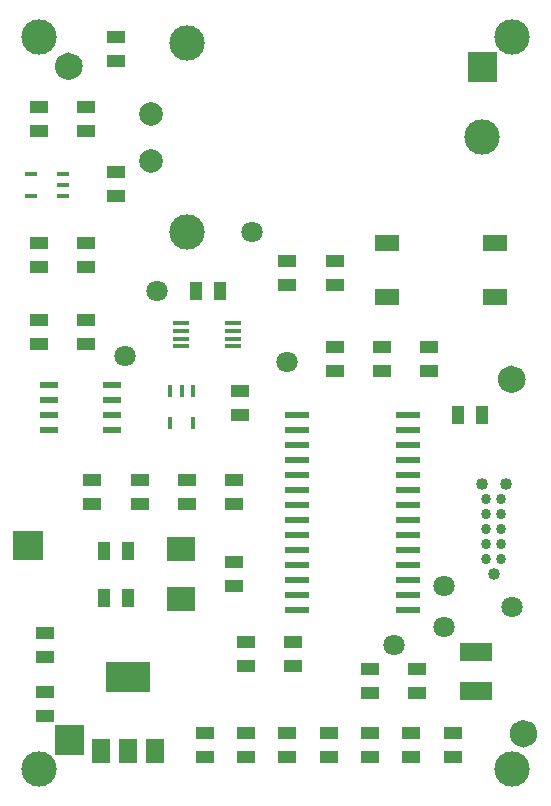
<source format=gbr>
%TF.GenerationSoftware,KiCad,Pcbnew,(5.1.9)-1*%
%TF.CreationDate,2021-03-12T11:46:57-05:00*%
%TF.ProjectId,SensorDemo,53656e73-6f72-4446-956d-6f2e6b696361,rev?*%
%TF.SameCoordinates,PX700e860PY7735940*%
%TF.FileFunction,Soldermask,Top*%
%TF.FilePolarity,Negative*%
%FSLAX46Y46*%
G04 Gerber Fmt 4.6, Leading zero omitted, Abs format (unit mm)*
G04 Created by KiCad (PCBNEW (5.1.9)-1) date 2021-03-12 11:46:57*
%MOMM*%
%LPD*%
G01*
G04 APERTURE LIST*
%ADD10C,0.025400*%
%ADD11C,0.800000*%
%ADD12R,1.000000X1.000000*%
%ADD13C,1.000000*%
%ADD14C,3.000000*%
%ADD15R,0.450000X1.100000*%
%ADD16R,1.100000X0.450000*%
%ADD17R,1.450000X0.300000*%
%ADD18C,1.800000*%
%ADD19C,0.863000*%
%ADD20C,1.016000*%
%ADD21R,1.016000X1.524000*%
%ADD22R,2.400000X2.000000*%
%ADD23R,1.524000X1.016000*%
%ADD24R,2.794000X1.524000*%
%ADD25R,2.000000X0.600000*%
%ADD26C,2.000000*%
%ADD27R,1.500000X2.000000*%
%ADD28R,3.800000X2.500000*%
%ADD29R,1.550000X0.600000*%
%ADD30R,2.100000X1.400000*%
G04 APERTURE END LIST*
D10*
%TO.C,FD*%
G36*
X3200000Y20800000D02*
G01*
X800000Y20800000D01*
X800000Y23200000D01*
X3200000Y23200000D01*
X3200000Y20800000D01*
G37*
X3200000Y20800000D02*
X800000Y20800000D01*
X800000Y23200000D01*
X3200000Y23200000D01*
X3200000Y20800000D01*
D11*
X43800000Y36000000D02*
G75*
G03*
X43800000Y36000000I-800000J0D01*
G01*
X44800000Y6000000D02*
G75*
G03*
X44800000Y6000000I-800000J0D01*
G01*
D10*
G36*
X41700000Y61300000D02*
G01*
X39300000Y61300000D01*
X39300000Y63700000D01*
X41700000Y63700000D01*
X41700000Y61300000D01*
G37*
X41700000Y61300000D02*
X39300000Y61300000D01*
X39300000Y63700000D01*
X41700000Y63700000D01*
X41700000Y61300000D01*
G36*
X6700000Y4300000D02*
G01*
X4300000Y4300000D01*
X4300000Y6700000D01*
X6700000Y6700000D01*
X6700000Y4300000D01*
G37*
X6700000Y4300000D02*
X4300000Y4300000D01*
X4300000Y6700000D01*
X6700000Y6700000D01*
X6700000Y4300000D01*
D11*
X6300000Y62500000D02*
G75*
G03*
X6300000Y62500000I-800000J0D01*
G01*
%TD*%
D12*
%TO.C,FD*%
X2000000Y22000000D03*
%TD*%
D13*
%TO.C,FD*%
X43000000Y36000000D03*
%TD*%
D14*
%TO.C,MH4*%
X15500000Y64500000D03*
%TD*%
%TO.C,MH2*%
X15500000Y48500000D03*
%TD*%
%TO.C,MH1*%
X3000000Y3000000D03*
%TD*%
%TO.C,MH3*%
X43000000Y3000000D03*
%TD*%
%TO.C,MH5*%
X3000000Y65000000D03*
%TD*%
%TO.C,MH6*%
X40500000Y56500000D03*
%TD*%
%TO.C,MH7*%
X43000000Y65000000D03*
%TD*%
D13*
%TO.C,FD*%
X44000000Y6000000D03*
%TD*%
D12*
%TO.C,FD*%
X40500000Y62500000D03*
%TD*%
%TO.C,FD*%
X5500000Y5500000D03*
%TD*%
D13*
%TO.C,FD*%
X5500000Y62500000D03*
%TD*%
D15*
%TO.C,U5*%
X16000000Y32300000D03*
X14100000Y32300000D03*
X14100000Y35000000D03*
X15050000Y35000000D03*
X16000000Y35000000D03*
%TD*%
D16*
%TO.C,U6*%
X2300000Y51500000D03*
X2300000Y53400000D03*
X5000000Y53400000D03*
X5000000Y52450000D03*
X5000000Y51500000D03*
%TD*%
D17*
%TO.C,U4*%
X19400000Y40750000D03*
X19400000Y40100000D03*
X19400000Y39450000D03*
X19400000Y38800000D03*
X15000000Y38800000D03*
X15000000Y39450000D03*
X15000000Y40100000D03*
X15000000Y40750000D03*
%TD*%
D18*
%TO.C,Vsen*%
X13000000Y43500000D03*
%TD*%
%TO.C,Vdac*%
X10250000Y38000000D03*
%TD*%
%TO.C,sensVal*%
X24000000Y37500000D03*
%TD*%
%TO.C,5V*%
X43000000Y16750000D03*
%TD*%
%TO.C,3V3*%
X21000000Y48500000D03*
%TD*%
%TO.C,~CS*%
X33000000Y13500000D03*
%TD*%
%TO.C,DIN*%
X37250000Y15000000D03*
%TD*%
%TO.C,SCK*%
X37250000Y18500000D03*
%TD*%
D19*
%TO.C,P1*%
X40865000Y25900000D03*
X42135000Y25850000D03*
X40865000Y24580000D03*
X42135000Y24580000D03*
D20*
X42516000Y27120000D03*
X40484000Y27120000D03*
X41500000Y19500000D03*
D19*
X42135000Y23310000D03*
X42135000Y22040000D03*
X42135000Y20770000D03*
X40865000Y23310000D03*
X40865000Y22040000D03*
X40865000Y20770000D03*
%TD*%
D21*
%TO.C,C8*%
X40516000Y33000000D03*
X38484000Y33000000D03*
%TD*%
D22*
%TO.C,X1*%
X15000000Y17400000D03*
X15000000Y21600000D03*
%TD*%
D23*
%TO.C,R6*%
X9500000Y51484000D03*
X9500000Y53516000D03*
%TD*%
D21*
%TO.C,R4*%
X16234000Y43500000D03*
X18266000Y43500000D03*
%TD*%
D23*
%TO.C,C19*%
X20000000Y32984000D03*
X20000000Y35016000D03*
%TD*%
D24*
%TO.C,TC1*%
X40000000Y9599000D03*
X40000000Y12901000D03*
%TD*%
D23*
%TO.C,C24*%
X20500000Y13766000D03*
X20500000Y11734000D03*
%TD*%
%TO.C,C25*%
X24500000Y11734000D03*
X24500000Y13766000D03*
%TD*%
D25*
%TO.C,U2*%
X24800000Y33000000D03*
X24800000Y31730000D03*
X24800000Y30460000D03*
X24800000Y29190000D03*
X24800000Y27920000D03*
X24800000Y26650000D03*
X24800000Y25380000D03*
X24800000Y24110000D03*
X24800000Y22840000D03*
X24800000Y21570000D03*
X24800000Y20300000D03*
X24800000Y19030000D03*
X24800000Y17760000D03*
X24800000Y16490000D03*
X34200000Y16490000D03*
X34200000Y17760000D03*
X34200000Y19030000D03*
X34200000Y20300000D03*
X34200000Y21570000D03*
X34200000Y22840000D03*
X34200000Y24110000D03*
X34200000Y25380000D03*
X34200000Y26650000D03*
X34200000Y27920000D03*
X34200000Y29190000D03*
X34200000Y30460000D03*
X34200000Y31730000D03*
X34200000Y33000000D03*
%TD*%
D23*
%TO.C,D1*%
X31000000Y11516000D03*
X31000000Y9484000D03*
%TD*%
%TO.C,FB2*%
X36000000Y36734000D03*
X36000000Y38766000D03*
%TD*%
%TO.C,C16*%
X3500000Y14516000D03*
X3500000Y12484000D03*
%TD*%
%TO.C,R9*%
X9500000Y65016000D03*
X9500000Y62984000D03*
%TD*%
D26*
%TO.C,TP1*%
X12500000Y58500000D03*
%TD*%
%TO.C,TP2*%
X12500000Y54500000D03*
%TD*%
D23*
%TO.C,R1*%
X35000000Y9484000D03*
X35000000Y11516000D03*
%TD*%
D27*
%TO.C,U1*%
X8200000Y4500000D03*
X10500000Y4500000D03*
X12800000Y4500000D03*
D28*
X10500000Y10800000D03*
%TD*%
D21*
%TO.C,C1*%
X8484000Y21500000D03*
X10516000Y21500000D03*
%TD*%
D23*
%TO.C,C2*%
X28000000Y36734000D03*
X28000000Y38766000D03*
%TD*%
D21*
%TO.C,C3*%
X8484000Y17500000D03*
X10516000Y17500000D03*
%TD*%
D23*
%TO.C,C4*%
X19500000Y27516000D03*
X19500000Y25484000D03*
%TD*%
%TO.C,C5*%
X34500000Y3984000D03*
X34500000Y6016000D03*
%TD*%
%TO.C,C6*%
X31000000Y6016000D03*
X31000000Y3984000D03*
%TD*%
%TO.C,C7*%
X27500000Y6016000D03*
X27500000Y3984000D03*
%TD*%
%TO.C,C9*%
X24000000Y3984000D03*
X24000000Y6016000D03*
%TD*%
%TO.C,C10*%
X20500000Y6016000D03*
X20500000Y3984000D03*
%TD*%
%TO.C,C11*%
X17000000Y3984000D03*
X17000000Y6016000D03*
%TD*%
%TO.C,C12*%
X7000000Y38984000D03*
X7000000Y41016000D03*
%TD*%
%TO.C,C13*%
X3000000Y41016000D03*
X3000000Y38984000D03*
%TD*%
%TO.C,C15*%
X3500000Y9516000D03*
X3500000Y7484000D03*
%TD*%
%TO.C,C17*%
X28000000Y43984000D03*
X28000000Y46016000D03*
%TD*%
%TO.C,C18*%
X24000000Y46016000D03*
X24000000Y43984000D03*
%TD*%
%TO.C,C20*%
X15500000Y25484000D03*
X15500000Y27516000D03*
%TD*%
%TO.C,C21*%
X7000000Y56984000D03*
X7000000Y59016000D03*
%TD*%
%TO.C,C22*%
X11500000Y27516000D03*
X11500000Y25484000D03*
%TD*%
%TO.C,C23*%
X3000000Y56984000D03*
X3000000Y59016000D03*
%TD*%
%TO.C,R2*%
X19500000Y20516000D03*
X19500000Y18484000D03*
%TD*%
%TO.C,R3*%
X32000000Y36734000D03*
X32000000Y38766000D03*
%TD*%
%TO.C,R5*%
X7000000Y45484000D03*
X7000000Y47516000D03*
%TD*%
%TO.C,R10*%
X3000000Y45484000D03*
X3000000Y47516000D03*
%TD*%
D29*
%TO.C,U3*%
X9200000Y35500000D03*
X9200000Y34230000D03*
X9200000Y32960000D03*
X9200000Y31690000D03*
X3800000Y31690000D03*
X3800000Y32960000D03*
X3800000Y34230000D03*
X3800000Y35500000D03*
%TD*%
D23*
%TO.C,FB1*%
X38000000Y3984000D03*
X38000000Y6016000D03*
%TD*%
%TO.C,C14*%
X7500000Y27516000D03*
X7500000Y25484000D03*
%TD*%
D30*
%TO.C,K1*%
X41550000Y43000000D03*
X41550000Y47500000D03*
X32450000Y43000000D03*
X32450000Y47500000D03*
%TD*%
M02*

</source>
